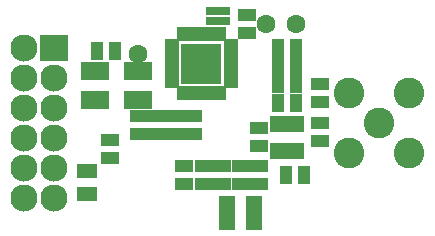
<source format=gts>
G04 #@! TF.FileFunction,Soldermask,Top*
%FSLAX46Y46*%
G04 Gerber Fmt 4.6, Leading zero omitted, Abs format (unit mm)*
G04 Created by KiCad (PCBNEW 4.0.2+dfsg1-stable) date jeu. 05 avril 2018 11:17:12 CEST*
%MOMM*%
G01*
G04 APERTURE LIST*
%ADD10C,0.100000*%
%ADD11R,1.543000X1.035000*%
%ADD12R,1.035000X1.543000*%
%ADD13R,2.400000X2.300000*%
%ADD14C,2.300000*%
%ADD15R,1.250900X0.679400*%
%ADD16R,0.679400X1.250900*%
%ADD17R,3.399740X3.399740*%
%ADD18R,1.420000X2.940000*%
%ADD19R,2.940000X1.420000*%
%ADD20C,1.598880*%
%ADD21C,2.599640*%
%ADD22R,1.797000X1.289000*%
%ADD23R,0.999440X0.798780*%
%ADD24R,2.400000X1.598880*%
G04 APERTURE END LIST*
D10*
D11*
X148704300Y-110172500D03*
X148704300Y-108648500D03*
X150279100Y-110172500D03*
X150279100Y-108648500D03*
X153428700Y-110172500D03*
X153428700Y-108648500D03*
X151853900Y-108648500D03*
X151853900Y-110172500D03*
D12*
X155714700Y-109410500D03*
X157238700Y-109410500D03*
D11*
X153428700Y-105460800D03*
X153428700Y-106984800D03*
D12*
X156489400Y-103301800D03*
X154965400Y-103301800D03*
X154965400Y-101752400D03*
X156489400Y-101752400D03*
D11*
X158546800Y-103289100D03*
X158546800Y-101765100D03*
X158546800Y-105003600D03*
X158546800Y-106527600D03*
D12*
X154965400Y-98653600D03*
X156489400Y-98653600D03*
X154965400Y-100203000D03*
X156489400Y-100203000D03*
D11*
X143192500Y-104432100D03*
X143192500Y-105956100D03*
X144741900Y-104432100D03*
X144741900Y-105956100D03*
X147066000Y-108648500D03*
X147066000Y-110172500D03*
X147840700Y-104432100D03*
X147840700Y-105956100D03*
D13*
X136030000Y-98650000D03*
D14*
X136030000Y-101190000D03*
X136030000Y-103730000D03*
X136030000Y-106270000D03*
X136030000Y-108810000D03*
X136030000Y-111350000D03*
X133490000Y-98650000D03*
X133490000Y-101190000D03*
X133490000Y-103730000D03*
X133490000Y-106270000D03*
X133490000Y-108810000D03*
X133490000Y-111350000D03*
D15*
X150999360Y-98249940D03*
D16*
X150250060Y-97500640D03*
D15*
X146000640Y-98249940D03*
X146000640Y-98750320D03*
X146000640Y-99250700D03*
X146000640Y-99751080D03*
X146000640Y-100749300D03*
X146000640Y-101249680D03*
D16*
X148748920Y-102499360D03*
D15*
X146000640Y-101750060D03*
D16*
X146749940Y-102499360D03*
X147250320Y-102499360D03*
X147750700Y-102499360D03*
X148251080Y-102499360D03*
X149249300Y-102499360D03*
X149749680Y-102499360D03*
X150250060Y-102499360D03*
D15*
X150999360Y-101750060D03*
X150999360Y-101249680D03*
X150999360Y-100749300D03*
X150999360Y-100248920D03*
X150999360Y-99751080D03*
X150999360Y-99250700D03*
X150999360Y-98750320D03*
D17*
X148500000Y-100000000D03*
D15*
X146000640Y-100248920D03*
D16*
X146749940Y-97500640D03*
X147250320Y-97500640D03*
X147750700Y-97500640D03*
X148251080Y-97500640D03*
X148748920Y-97500640D03*
X149249300Y-97500640D03*
X149749680Y-97500640D03*
D11*
X152410000Y-97382000D03*
X152410000Y-95858000D03*
D18*
X150708900Y-112649000D03*
X152998900Y-112649000D03*
D19*
X155727400Y-107367800D03*
X155727400Y-105077800D03*
D20*
X153949400Y-96608900D03*
X156489400Y-96608900D03*
D21*
X161036000Y-102460000D03*
X166116000Y-102460000D03*
X161036000Y-107540000D03*
X166116000Y-107540000D03*
X163576000Y-105000000D03*
D11*
X146291300Y-104432100D03*
X146291300Y-105956100D03*
D22*
X138813700Y-111029500D03*
X138813700Y-109124500D03*
D11*
X140741400Y-108026200D03*
X140741400Y-106502200D03*
D12*
X139708000Y-98900000D03*
X141232000Y-98900000D03*
D23*
X150406100Y-96410780D03*
X150406100Y-95511620D03*
D20*
X143180000Y-99180000D03*
D24*
X139475600Y-103104000D03*
X143175600Y-103104000D03*
X143175600Y-100604000D03*
X139475600Y-100604000D03*
D23*
X149390100Y-95511620D03*
X149390100Y-96410780D03*
M02*

</source>
